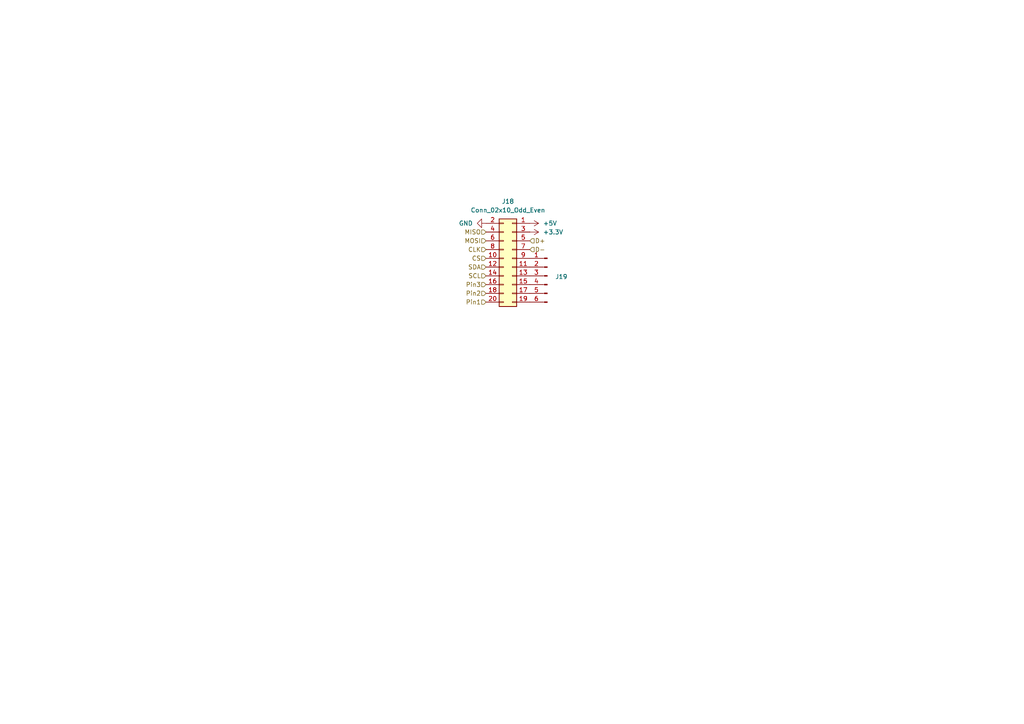
<source format=kicad_sch>
(kicad_sch (version 20231120) (generator "eeschema") (generator_version "8.0")
  (paper "A4")
  (lib_symbols
    (symbol "Connector:Conn_01x06_Pin" (pin_names (offset 1.016) hide)
      (property "Reference" "J" (at 0 7.62 0))
      (property "Value" "Conn_01x06_Pin" (at 0 -10.16 0))
      (symbol "Conn_01x06_Pin_1_1"
        (polyline (pts (xy 1.27 -7.62) (xy 0.8636 -7.62)) (stroke (width 0.1524)))
        (polyline (pts (xy 1.27 -5.08) (xy 0.8636 -5.08)) (stroke (width 0.1524)))
        (polyline (pts (xy 1.27 -2.54) (xy 0.8636 -2.54)) (stroke (width 0.1524)))
        (polyline (pts (xy 1.27 0) (xy 0.8636 0)) (stroke (width 0.1524)))
        (polyline (pts (xy 1.27 2.54) (xy 0.8636 2.54)) (stroke (width 0.1524)))
        (polyline (pts (xy 1.27 5.08) (xy 0.8636 5.08)) (stroke (width 0.1524)))
        (rectangle (start 0.8636 -7.493) (end 0 -7.747) (stroke (width 0.1524)) (fill (type outline)))
        (rectangle (start 0.8636 -4.953) (end 0 -5.207) (stroke (width 0.1524)) (fill (type outline)))
        (rectangle (start 0.8636 -2.413) (end 0 -2.667) (stroke (width 0.1524)) (fill (type outline)))
        (rectangle (start 0.8636 0.127) (end 0 -0.127) (stroke (width 0.1524)) (fill (type outline)))
        (rectangle (start 0.8636 2.667) (end 0 2.413) (stroke (width 0.1524)) (fill (type outline)))
        (rectangle (start 0.8636 5.207) (end 0 4.953) (stroke (width 0.1524)) (fill (type outline)))
        (pin passive line (at 5.08 5.08 180) (length 3.81) (name "Pin_1") (number "1"))
        (pin passive line (at 5.08 2.54 180) (length 3.81) (name "Pin_2") (number "2"))
        (pin passive line (at 5.08 0 180) (length 3.81) (name "Pin_3") (number "3"))
        (pin passive line (at 5.08 -2.54 180) (length 3.81) (name "Pin_4") (number "4"))
        (pin passive line (at 5.08 -5.08 180) (length 3.81) (name "Pin_5") (number "5"))
        (pin passive line (at 5.08 -7.62 180) (length 3.81) (name "Pin_6") (number "6"))
      )
    )
    (symbol "Connector_Generic:Conn_02x10_Odd_Even" (pin_names (offset 1.016) hide)
      (property "Reference" "J" (at 1.27 12.7 0))
      (property "Value" "Conn_02x10_Odd_Even" (at 1.27 -15.24 0))
      (symbol "Conn_02x10_Odd_Even_1_1"
        (rectangle (start -1.27 -12.573) (end 0 -12.827) (stroke (width 0.1524)))
        (rectangle (start -1.27 -10.033) (end 0 -10.287) (stroke (width 0.1524)))
        (rectangle (start -1.27 -7.493) (end 0 -7.747) (stroke (width 0.1524)))
        (rectangle (start -1.27 -4.953) (end 0 -5.207) (stroke (width 0.1524)))
        (rectangle (start -1.27 -2.413) (end 0 -2.667) (stroke (width 0.1524)))
        (rectangle (start -1.27 0.127) (end 0 -0.127) (stroke (width 0.1524)))
        (rectangle (start -1.27 2.667) (end 0 2.413) (stroke (width 0.1524)))
        (rectangle (start -1.27 5.207) (end 0 4.953) (stroke (width 0.1524)))
        (rectangle (start -1.27 7.747) (end 0 7.493) (stroke (width 0.1524)))
        (rectangle (start -1.27 10.287) (end 0 10.033) (stroke (width 0.1524)))
        (rectangle (start -1.27 11.43) (end 3.81 -13.97) (stroke (width 0.254)) (fill (type background)))
        (rectangle (start 3.81 -12.573) (end 2.54 -12.827) (stroke (width 0.1524)))
        (rectangle (start 3.81 -10.033) (end 2.54 -10.287) (stroke (width 0.1524)))
        (rectangle (start 3.81 -7.493) (end 2.54 -7.747) (stroke (width 0.1524)))
        (rectangle (start 3.81 -4.953) (end 2.54 -5.207) (stroke (width 0.1524)))
        (rectangle (start 3.81 -2.413) (end 2.54 -2.667) (stroke (width 0.1524)))
        (rectangle (start 3.81 0.127) (end 2.54 -0.127) (stroke (width 0.1524)))
        (rectangle (start 3.81 2.667) (end 2.54 2.413) (stroke (width 0.1524)))
        (rectangle (start 3.81 5.207) (end 2.54 4.953) (stroke (width 0.1524)))
        (rectangle (start 3.81 7.747) (end 2.54 7.493) (stroke (width 0.1524)))
        (rectangle (start 3.81 10.287) (end 2.54 10.033) (stroke (width 0.1524)))
        (pin passive line (at -5.08 10.16 0) (length 3.81) (name "Pin_1") (number "1"))
        (pin passive line (at 7.62 0 180) (length 3.81) (name "Pin_10") (number "10"))
        (pin passive line (at -5.08 -2.54 0) (length 3.81) (name "Pin_11") (number "11"))
        (pin passive line (at 7.62 -2.54 180) (length 3.81) (name "Pin_12") (number "12"))
        (pin passive line (at -5.08 -5.08 0) (length 3.81) (name "Pin_13") (number "13"))
        (pin passive line (at 7.62 -5.08 180) (length 3.81) (name "Pin_14") (number "14"))
        (pin passive line (at -5.08 -7.62 0) (length 3.81) (name "Pin_15") (number "15"))
        (pin passive line (at 7.62 -7.62 180) (length 3.81) (name "Pin_16") (number "16"))
        (pin passive line (at -5.08 -10.16 0) (length 3.81) (name "Pin_17") (number "17"))
        (pin passive line (at 7.62 -10.16 180) (length 3.81) (name "Pin_18") (number "18"))
        (pin passive line (at -5.08 -12.7 0) (length 3.81) (name "Pin_19") (number "19"))
        (pin passive line (at 7.62 10.16 180) (length 3.81) (name "Pin_2") (number "2"))
        (pin passive line (at 7.62 -12.7 180) (length 3.81) (name "Pin_20") (number "20"))
        (pin passive line (at -5.08 7.62 0) (length 3.81) (name "Pin_3") (number "3"))
        (pin passive line (at 7.62 7.62 180) (length 3.81) (name "Pin_4") (number "4"))
        (pin passive line (at -5.08 5.08 0) (length 3.81) (name "Pin_5") (number "5"))
        (pin passive line (at 7.62 5.08 180) (length 3.81) (name "Pin_6") (number "6"))
        (pin passive line (at -5.08 2.54 0) (length 3.81) (name "Pin_7") (number "7"))
        (pin passive line (at 7.62 2.54 180) (length 3.81) (name "Pin_8") (number "8"))
        (pin passive line (at -5.08 0 0) (length 3.81) (name "Pin_9") (number "9"))
      )
    )
    (symbol "power:+3.3V" (power) (pin_numbers hide) (pin_names (offset 0) hide)
      (property "Value" "+3.3V" (at 0 3.556 0))
      (symbol "+3.3V_0_1"
        (polyline (pts (xy -0.762 1.27) (xy 0 2.54)))
        (polyline (pts (xy 0 0) (xy 0 2.54)))
        (polyline (pts (xy 0 2.54) (xy 0.762 1.27)))
      )
      (symbol "+3.3V_1_1"
        (pin power_in line (at 0 0 90) (length 0) (name "~") (number "1"))
      )
    )
    (symbol "power:+5V" (power) (pin_numbers hide) (pin_names (offset 0) hide)
      (property "Value" "+5V" (at 0 3.556 0))
      (symbol "+5V_0_1"
        (polyline (pts (xy -0.762 1.27) (xy 0 2.54)))
        (polyline (pts (xy 0 0) (xy 0 2.54)))
        (polyline (pts (xy 0 2.54) (xy 0.762 1.27)))
      )
      (symbol "+5V_1_1"
        (pin power_in line (at 0 0 90) (length 0) (name "~") (number "1"))
      )
    )
    (symbol "power:GND" (power) (pin_numbers hide) (pin_names (offset 0) hide)
      (property "Value" "GND" (at 0 -3.81 0))
      (symbol "GND_0_1"
        (polyline (pts (xy 0 0) (xy 0 -1.27) (xy 1.27 -1.27) (xy 0 -2.54) (xy -1.27 -1.27) (xy 0 -1.27)))
      )
      (symbol "GND_1_1"
        (pin power_in line (at 0 0 270) (length 0) (name "~") (number "1"))
      )
    )
  )
  (hierarchical_label "MISO" (shape input) (at 140.97 67.31 180))
  (hierarchical_label "D-" (shape input) (at 153.67 72.39 0))
  (hierarchical_label "D+" (shape input) (at 153.67 69.85 0))
  (hierarchical_label "Pin1" (shape input) (at 140.97 87.63 180))
  (hierarchical_label "MOSI" (shape input) (at 140.97 69.85 180))
  (hierarchical_label "SDA" (shape input) (at 140.97 77.47 180))
  (hierarchical_label "CLK" (shape input) (at 140.97 72.39 180))
  (hierarchical_label "SCL" (shape input) (at 140.97 80.01 180))
  (hierarchical_label "Pin3" (shape input) (at 140.97 82.55 180))
  (hierarchical_label "CS" (shape input) (at 140.97 74.93 180))
  (hierarchical_label "Pin2" (shape input) (at 140.97 85.09 180))
  (symbol (lib_id "Connector_Generic:Conn_02x10_Odd_Even") (at 148.59 74.93 0) (mirror y) (unit 1)
    (property "Reference" "J18" (at 147.32 58.42 0))
    (property "Value" "Conn_02x10_Odd_Even" (at 147.32 60.96 0))
    (property "Footprint" "Connector_PinSocket_2.00mm:PinSocket_2x10_P2.00mm_Horizontal" (effects (hide yes)))
    (property "Description" "Generic connector, double row, 02x10, odd/even pin numbering scheme (row 1 odd numbers, row 2 even numbers), script generated (kicad-library-utils/schlib/autogen/connector/)" (effects (hide yes)))
    (instances (project "" (path "" (reference "J18") (unit 1)) (path "" (reference "J24") (unit 1)) (path "" (reference "J20") (unit 1)) (path "" (reference "J22") (unit 1))))
  )
  (symbol (lib_id "power:+5V") (at 153.67 64.77 270) (unit 1)
    (property "Reference" "#PWR053" (effects (hide yes)))
    (property "Value" "+5V" (at 157.48 64.7701 90) (effects (justify left)))
    (property "Description" "Power symbol creates a global label with name \"+5V\"" (effects (hide yes)))
    (instances (project "PiPortable" (path "" (reference "#PWR053") (unit 1)) (path "" (reference "#PWR062") (unit 1)) (path "" (reference "#PWR056") (unit 1)) (path "" (reference "#PWR059") (unit 1))))
  )
  (symbol (lib_id "power:+3.3V") (at 153.67 67.31 270) (mirror x) (unit 1)
    (property "Reference" "#PWR054" (effects (hide yes)))
    (property "Value" "+3.3V" (at 157.48 67.3101 90) (effects (justify left)))
    (property "Description" "Power symbol creates a global label with name \"+3.3V\"" (effects (hide yes)))
    (instances (project "PiPortable" (path "" (reference "#PWR054") (unit 1)) (path "" (reference "#PWR063") (unit 1)) (path "" (reference "#PWR057") (unit 1)) (path "" (reference "#PWR060") (unit 1))))
  )
  (symbol (lib_id "Connector:Conn_01x06_Pin") (at 158.75 80.01 0) (mirror y) (unit 1)
    (property "Reference" "J19" (at 162.814 80.264 0))
    (property "Value" "Conn_01x06_Pin" (effects (hide yes)))
    (property "Footprint" "Connector_PinHeader_1.27mm:PinHeader_1x06_P1.27mm_Vertical" (effects (hide yes)))
    (property "Description" "Generic connector, single row, 01x06, script generated" (effects (hide yes)))
    (instances (project "PiPortable" (path "" (reference "J19") (unit 1)) (path "" (reference "J25") (unit 1)) (path "" (reference "J21") (unit 1)) (path "" (reference "J23") (unit 1))))
  )
  (symbol (lib_id "power:GND") (at 140.97 64.77 270) (mirror x) (unit 1)
    (property "Reference" "#PWR052" (effects (hide yes)))
    (property "Value" "GND" (at 137.16 64.7699 90) (effects (justify right)))
    (property "Description" "Power symbol creates a global label with name \"GND\" , ground" (effects (hide yes)))
    (instances (project "PiPortable" (path "" (reference "#PWR052") (unit 1)) (path "" (reference "#PWR061") (unit 1)) (path "" (reference "#PWR055") (unit 1)) (path "" (reference "#PWR058") (unit 1))))
  )
)
</source>
